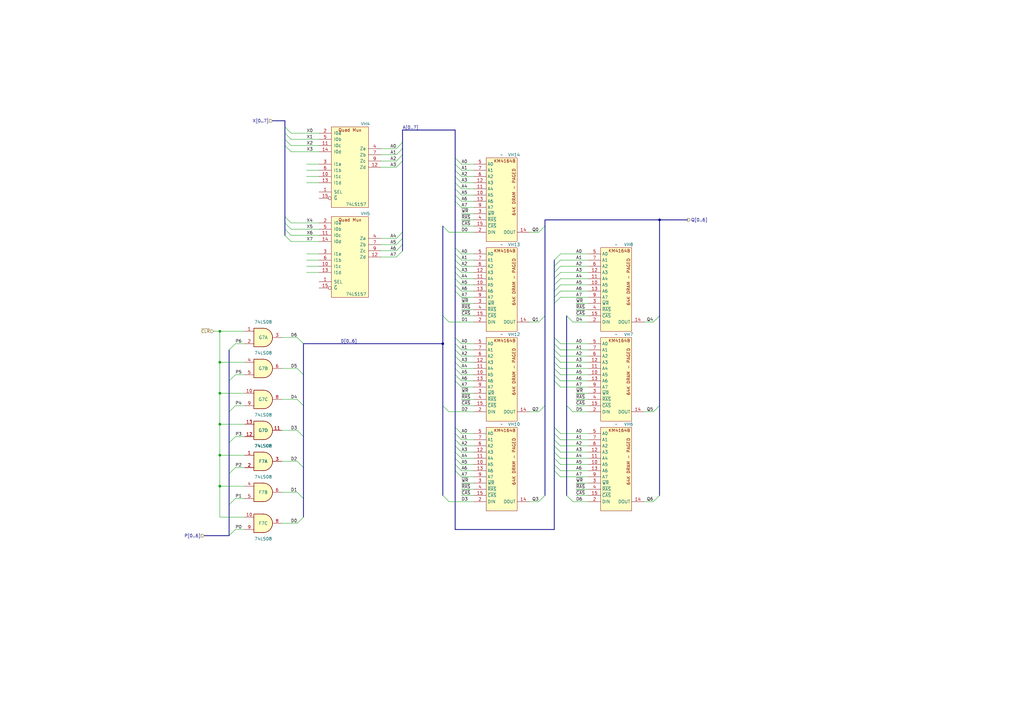
<source format=kicad_sch>
(kicad_sch (version 20231120) (generator "eeschema") (generator_version "8.0")
  (paper "A3")
  (title_block (title "Line Buffer") (date "2024-10-12") (company "JOTEGO") (comment 1 "Jose Tejada"))
  (lib_symbols
    (symbol "arcade:KM4164B"
      (property "Reference" "U" (at 0 0 0))
      (symbol "KM4164B_1_0"
        (pin input line (at -11.43 0 0) (length 5.08) (name "A5") (number "10"))
        (pin input line (at -11.43 2.54 0) (length 5.08) (name "A4") (number "11"))
        (pin input line (at -11.43 5.08 0) (length 5.08) (name "A3") (number "12"))
        (pin input line (at -11.43 -2.54 0) (length 5.08) (name "A6") (number "13"))
        (pin tri_state line (at 11.43 -15.24 180) (length 5.08) (name "DOUT") (number "14"))
        (pin input line (at -11.43 -12.7 0) (length 5.08) (name "~{CAS}") (number "15"))
        (pin input line (at -11.43 -15.24 0) (length 5.08) (name "DIN") (number "2"))
        (pin input line (at -11.43 -7.62 0) (length 5.08) (name "~{WR}") (number "3"))
        (pin input line (at -11.43 -10.16 0) (length 5.08) (name "~{RAS}") (number "4"))
        (pin input line (at -11.43 12.7 0) (length 5.08) (name "A0") (number "5"))
        (pin input line (at -11.43 7.62 0) (length 5.08) (name "A2") (number "6"))
        (pin input line (at -11.43 10.16 0) (length 5.08) (name "A1") (number "7"))
        (pin input line (at -11.43 -5.08 0) (length 5.08) (name "A7") (number "9"))
      )
      (symbol "KM4164B_1_1"
        (rectangle (start -6.35 15.24) (end 6.35 -19.05) (fill (type background)))
        (text "64K DRAM - PAGED" (at 5.08 1.27 900) (effects (font (size 1.27 1.27))))
        (text "KM4164B" (at 1.27 13.97 0) (effects (font (size 1.27 1.27))))
      )
    )
    (symbol "jt74:74LS08" (pin_names (offset 1.016))
      (property "Reference" "U" (at 0 1.27 0))
      (property "Value" "74LS08" (at 0 -1.27 0))
      (symbol "74LS08_1_1"
        (arc (start 0 -3.81) (mid 3.7934 0) (end 0 3.81) (stroke (width 0.254)) (fill (type background)))
        (polyline (pts (xy 0 3.81) (xy -3.81 3.81) (xy -3.81 -3.81) (xy 0 -3.81)) (stroke (width 0.254)) (fill (type background)))
        (pin input line (at -7.62 2.54 0) (length 3.81) (name "~") (number "1"))
        (pin input line (at -7.62 -2.54 0) (length 3.81) (name "~") (number "2"))
        (pin output line (at 7.62 0 180) (length 3.81) (name "~") (number "3"))
      )
      (symbol "74LS08_1_2"
        (arc (start -3.81 -3.81) (mid -2.589 0) (end -3.81 3.81) (stroke (width 0.254)))
        (arc (start -0.6096 -3.81) (mid 2.1842 -2.5851) (end 3.81 0) (stroke (width 0.254)) (fill (type background)))
        (polyline (pts (xy -3.81 -3.81) (xy -0.635 -3.81)) (stroke (width 0.254)) (fill (type background)))
        (polyline (pts (xy -3.81 3.81) (xy -0.635 3.81)) (stroke (width 0.254)) (fill (type background)))
        (polyline (pts (xy -0.635 3.81) (xy -3.81 3.81) (xy -3.81 3.81) (xy -3.556 3.4036) (xy -3.0226 2.2606) (xy -2.6924 1.0414) (xy -2.6162 -0.254) (xy -2.7686 -1.4986) (xy -3.175 -2.7178) (xy -3.81 -3.81) (xy -3.81 -3.81) (xy -0.635 -3.81)) (stroke (width -25.4)) (fill (type background)))
        (arc (start 3.81 0) (mid 2.1915 2.5936) (end -0.6096 3.81) (stroke (width 0.254)) (fill (type background)))
        (pin input inverted (at -7.62 2.54 0) (length 4.318) (name "~") (number "1"))
        (pin input inverted (at -7.62 -2.54 0) (length 4.318) (name "~") (number "2"))
        (pin output inverted (at 7.62 0 180) (length 3.81) (name "~") (number "3"))
      )
      (symbol "74LS08_2_1"
        (arc (start 0 -3.81) (mid 3.7934 0) (end 0 3.81) (stroke (width 0.254)) (fill (type background)))
        (polyline (pts (xy 0 3.81) (xy -3.81 3.81) (xy -3.81 -3.81) (xy 0 -3.81)) (stroke (width 0.254)) (fill (type background)))
        (pin input line (at -7.62 2.54 0) (length 3.81) (name "~") (number "4"))
        (pin input line (at -7.62 -2.54 0) (length 3.81) (name "~") (number "5"))
        (pin output line (at 7.62 0 180) (length 3.81) (name "~") (number "6"))
      )
      (symbol "74LS08_2_2"
        (arc (start -3.81 -3.81) (mid -2.589 0) (end -3.81 3.81) (stroke (width 0.254)))
        (arc (start -0.6096 -3.81) (mid 2.1842 -2.5851) (end 3.81 0) (stroke (width 0.254)) (fill (type background)))
        (polyline (pts (xy -3.81 -3.81) (xy -0.635 -3.81)) (stroke (width 0.254)) (fill (type background)))
        (polyline (pts (xy -3.81 3.81) (xy -0.635 3.81)) (stroke (width 0.254)) (fill (type background)))
        (polyline (pts (xy -0.635 3.81) (xy -3.81 3.81) (xy -3.81 3.81) (xy -3.556 3.4036) (xy -3.0226 2.2606) (xy -2.6924 1.0414) (xy -2.6162 -0.254) (xy -2.7686 -1.4986) (xy -3.175 -2.7178) (xy -3.81 -3.81) (xy -3.81 -3.81) (xy -0.635 -3.81)) (stroke (width -25.4)) (fill (type background)))
        (arc (start 3.81 0) (mid 2.1915 2.5936) (end -0.6096 3.81) (stroke (width 0.254)) (fill (type background)))
        (pin input inverted (at -7.62 2.54 0) (length 4.318) (name "~") (number "4"))
        (pin input inverted (at -7.62 -2.54 0) (length 4.318) (name "~") (number "5"))
        (pin output inverted (at 7.62 0 180) (length 3.81) (name "~") (number "6"))
      )
      (symbol "74LS08_3_1"
        (arc (start 0 -3.81) (mid 3.7934 0) (end 0 3.81) (stroke (width 0.254)) (fill (type background)))
        (polyline (pts (xy 0 3.81) (xy -3.81 3.81) (xy -3.81 -3.81) (xy 0 -3.81)) (stroke (width 0.254)) (fill (type background)))
        (pin input line (at -7.62 -2.54 0) (length 3.81) (name "~") (number "10"))
        (pin output line (at 7.62 0 180) (length 3.81) (name "~") (number "8"))
        (pin input line (at -7.62 2.54 0) (length 3.81) (name "~") (number "9"))
      )
      (symbol "74LS08_3_2"
        (arc (start -3.81 -3.81) (mid -2.589 0) (end -3.81 3.81) (stroke (width 0.254)))
        (arc (start -0.6096 -3.81) (mid 2.1842 -2.5851) (end 3.81 0) (stroke (width 0.254)) (fill (type background)))
        (polyline (pts (xy -3.81 -3.81) (xy -0.635 -3.81)) (stroke (width 0.254)) (fill (type background)))
        (polyline (pts (xy -3.81 3.81) (xy -0.635 3.81)) (stroke (width 0.254)) (fill (type background)))
        (polyline (pts (xy -0.635 3.81) (xy -3.81 3.81) (xy -3.81 3.81) (xy -3.556 3.4036) (xy -3.0226 2.2606) (xy -2.6924 1.0414) (xy -2.6162 -0.254) (xy -2.7686 -1.4986) (xy -3.175 -2.7178) (xy -3.81 -3.81) (xy -3.81 -3.81) (xy -0.635 -3.81)) (stroke (width -25.4)) (fill (type background)))
        (arc (start 3.81 0) (mid 2.1915 2.5936) (end -0.6096 3.81) (stroke (width 0.254)) (fill (type background)))
        (pin input inverted (at -7.62 -2.54 0) (length 4.318) (name "~") (number "10"))
        (pin output inverted (at 7.62 0 180) (length 3.81) (name "~") (number "8"))
        (pin input inverted (at -7.62 2.54 0) (length 4.318) (name "~") (number "9"))
      )
      (symbol "74LS08_4_1"
        (arc (start 0 -3.81) (mid 3.7934 0) (end 0 3.81) (stroke (width 0.254)) (fill (type background)))
        (polyline (pts (xy 0 3.81) (xy -3.81 3.81) (xy -3.81 -3.81) (xy 0 -3.81)) (stroke (width 0.254)) (fill (type background)))
        (pin output line (at 7.62 0 180) (length 3.81) (name "~") (number "11"))
        (pin input line (at -7.62 2.54 0) (length 3.81) (name "~") (number "12"))
        (pin input line (at -7.62 -2.54 0) (length 3.81) (name "~") (number "13"))
      )
      (symbol "74LS08_4_2"
        (arc (start -3.81 -3.81) (mid -2.589 0) (end -3.81 3.81) (stroke (width 0.254)))
        (arc (start -0.6096 -3.81) (mid 2.1842 -2.5851) (end 3.81 0) (stroke (width 0.254)) (fill (type background)))
        (polyline (pts (xy -3.81 -3.81) (xy -0.635 -3.81)) (stroke (width 0.254)) (fill (type background)))
        (polyline (pts (xy -3.81 3.81) (xy -0.635 3.81)) (stroke (width 0.254)) (fill (type background)))
        (polyline (pts (xy -0.635 3.81) (xy -3.81 3.81) (xy -3.81 3.81) (xy -3.556 3.4036) (xy -3.0226 2.2606) (xy -2.6924 1.0414) (xy -2.6162 -0.254) (xy -2.7686 -1.4986) (xy -3.175 -2.7178) (xy -3.81 -3.81) (xy -3.81 -3.81) (xy -0.635 -3.81)) (stroke (width -25.4)) (fill (type background)))
        (arc (start 3.81 0) (mid 2.1915 2.5936) (end -0.6096 3.81) (stroke (width 0.254)) (fill (type background)))
        (pin output inverted (at 7.62 0 180) (length 3.81) (name "~") (number "11"))
        (pin input inverted (at -7.62 2.54 0) (length 4.318) (name "~") (number "12"))
        (pin input inverted (at -7.62 -2.54 0) (length 4.318) (name "~") (number "13"))
      )
      (symbol "74LS08_5_0"
        (pin power_in line (at 0 7.62 270) (length 5.08) hide (name "VCC") (number "14"))
        (pin power_in line (at 0 -7.62 90) (length 5.08) hide (name "VSS") (number "7"))
      )
      (symbol "74LS08_5_1"
        (rectangle (start -5.08 7.62) (end 5.08 -7.62) (stroke (width 0.254)) (fill (type background)))
      )
    )
    (symbol "jt74:74LS157" (pin_names (offset 1.016))
      (property "Reference" "U" (at 5.08 16.51 0))
      (property "Value" "74LS157" (at 0 -16.51 0))
      (symbol "74LS157_0_0"
        (text "Quad Mux" (at 0 13.97 0) (effects (font (size 1.27 1.27))))
      )
      (symbol "74LS157_1_0"
        (pin input line (at -12.7 -11.43 0) (length 5.08) (name "SEL") (number "1"))
        (pin input line (at -12.7 -5.08 0) (length 5.08) (name "I1c") (number "10"))
        (pin input line (at -12.7 7.62 0) (length 5.08) (name "I0c") (number "11"))
        (pin output line (at 12.7 -1.27 180) (length 5.08) (name "Zd") (number "12"))
        (pin input line (at -12.7 -7.62 0) (length 5.08) (name "I1d") (number "13"))
        (pin input line (at -12.7 5.08 0) (length 5.08) (name "I0d") (number "14"))
        (pin input inverted (at -12.7 -13.97 0) (length 5.08) (name "~{G}") (number "15"))
        (pin input line (at -12.7 12.7 0) (length 5.08) (name "I0a") (number "2"))
        (pin input line (at -12.7 0 0) (length 5.08) (name "I1a") (number "3"))
        (pin output line (at 12.7 6.35 180) (length 5.08) (name "Za") (number "4"))
        (pin input line (at -12.7 10.16 0) (length 5.08) (name "I0b") (number "5"))
        (pin input line (at -12.7 -2.54 0) (length 5.08) (name "I1b") (number "6"))
        (pin output line (at 12.7 3.81 180) (length 5.08) (name "Zb") (number "7"))
        (pin output line (at 12.7 1.27 180) (length 5.08) (name "Zc") (number "9"))
      )
      (symbol "74LS157_1_1"
        (rectangle (start -7.62 15.24) (end 7.62 -17.78) (fill (type background)))
      )
    )
  )
  (junction (at 90.17 148.59))
  (junction (at 270.51 90.17))
  (junction (at 90.17 199.39))
  (junction (at 90.17 161.29))
  (junction (at 90.17 135.89))
  (junction (at 90.17 173.99))
  (junction (at 90.17 186.69))
  (junction (at 181.61 140.97))
  (bus_entry (at 162.56 60.96) (size 2.54 -2.54))
  (bus_entry (at 186.69 140.97) (size 2.54 2.54))
  (bus_entry (at 93.98 181.61) (size 2.54 -2.54))
  (bus_entry (at 186.69 182.88) (size 2.54 2.54))
  (bus_entry (at 227.33 116.84) (size 2.54 -2.54))
  (bus_entry (at 232.41 129.54) (size 2.54 2.54))
  (bus_entry (at 186.69 185.42) (size 2.54 2.54))
  (bus_entry (at 267.97 132.08) (size 2.54 -2.54))
  (bus_entry (at 227.33 121.92) (size 2.54 -2.54))
  (bus_entry (at 227.33 190.5) (size 2.54 2.54))
  (bus_entry (at 121.92 214.63) (size 2.54 -2.54))
  (bus_entry (at 227.33 175.26) (size 2.54 2.54))
  (bus_entry (at 186.69 175.26) (size 2.54 2.54))
  (bus_entry (at 227.33 185.42) (size 2.54 2.54))
  (bus_entry (at 181.61 129.54) (size 2.54 2.54))
  (bus_entry (at 116.84 59.69) (size 2.54 2.54))
  (bus_entry (at 93.98 194.31) (size 2.54 -2.54))
  (bus_entry (at 186.69 106.68) (size 2.54 2.54))
  (bus_entry (at 93.98 168.91) (size 2.54 -2.54))
  (bus_entry (at 227.33 106.68) (size 2.54 -2.54))
  (bus_entry (at 162.56 97.79) (size 2.54 -2.54))
  (bus_entry (at 227.33 111.76) (size 2.54 -2.54))
  (bus_entry (at 232.41 203.2) (size 2.54 2.54))
  (bus_entry (at 186.69 180.34) (size 2.54 2.54))
  (bus_entry (at 227.33 146.05) (size 2.54 2.54))
  (bus_entry (at 267.97 168.91) (size 2.54 -2.54))
  (bus_entry (at 227.33 148.59) (size 2.54 2.54))
  (bus_entry (at 186.69 72.39) (size 2.54 2.54))
  (bus_entry (at 186.69 69.85) (size 2.54 2.54))
  (bus_entry (at 186.69 77.47) (size 2.54 2.54))
  (bus_entry (at 186.69 177.8) (size 2.54 2.54))
  (bus_entry (at 220.98 132.08) (size 2.54 -2.54))
  (bus_entry (at 227.33 114.3) (size 2.54 -2.54))
  (bus_entry (at 186.69 187.96) (size 2.54 2.54))
  (bus_entry (at 227.33 143.51) (size 2.54 2.54))
  (bus_entry (at 93.98 156.21) (size 2.54 -2.54))
  (bus_entry (at 220.98 168.91) (size 2.54 -2.54))
  (bus_entry (at 227.33 109.22) (size 2.54 -2.54))
  (bus_entry (at 162.56 68.58) (size 2.54 -2.54))
  (bus_entry (at 227.33 151.13) (size 2.54 2.54))
  (bus_entry (at 267.97 205.74) (size 2.54 -2.54))
  (bus_entry (at 220.98 95.25) (size 2.54 -2.54))
  (bus_entry (at 186.69 101.6) (size 2.54 2.54))
  (bus_entry (at 121.92 176.53) (size 2.54 2.54))
  (bus_entry (at 232.41 166.37) (size 2.54 2.54))
  (bus_entry (at 121.92 138.43) (size 2.54 2.54))
  (bus_entry (at 186.69 114.3) (size 2.54 2.54))
  (bus_entry (at 186.69 104.14) (size 2.54 2.54))
  (bus_entry (at 186.69 64.77) (size 2.54 2.54))
  (bus_entry (at 227.33 156.21) (size 2.54 2.54))
  (bus_entry (at 186.69 148.59) (size 2.54 2.54))
  (bus_entry (at 227.33 138.43) (size 2.54 2.54))
  (bus_entry (at 121.92 163.83) (size 2.54 2.54))
  (bus_entry (at 93.98 143.51) (size 2.54 -2.54))
  (bus_entry (at 121.92 189.23) (size 2.54 2.54))
  (bus_entry (at 227.33 182.88) (size 2.54 2.54))
  (bus_entry (at 186.69 190.5) (size 2.54 2.54))
  (bus_entry (at 116.84 96.52) (size 2.54 2.54))
  (bus_entry (at 162.56 100.33) (size 2.54 -2.54))
  (bus_entry (at 186.69 82.55) (size 2.54 2.54))
  (bus_entry (at 186.69 143.51) (size 2.54 2.54))
  (bus_entry (at 116.84 57.15) (size 2.54 2.54))
  (bus_entry (at 116.84 93.98) (size 2.54 2.54))
  (bus_entry (at 227.33 153.67) (size 2.54 2.54))
  (bus_entry (at 121.92 201.93) (size 2.54 2.54))
  (bus_entry (at 162.56 105.41) (size 2.54 -2.54))
  (bus_entry (at 186.69 193.04) (size 2.54 2.54))
  (bus_entry (at 162.56 63.5) (size 2.54 -2.54))
  (bus_entry (at 186.69 156.21) (size 2.54 2.54))
  (bus_entry (at 116.84 54.61) (size 2.54 2.54))
  (bus_entry (at 121.92 151.13) (size 2.54 2.54))
  (bus_entry (at 181.61 92.71) (size 2.54 2.54))
  (bus_entry (at 227.33 119.38) (size 2.54 -2.54))
  (bus_entry (at 227.33 180.34) (size 2.54 2.54))
  (bus_entry (at 186.69 116.84) (size 2.54 2.54))
  (bus_entry (at 227.33 177.8) (size 2.54 2.54))
  (bus_entry (at 162.56 66.04) (size 2.54 -2.54))
  (bus_entry (at 93.98 219.71) (size 2.54 -2.54))
  (bus_entry (at 227.33 124.46) (size 2.54 -2.54))
  (bus_entry (at 186.69 74.93) (size 2.54 2.54))
  (bus_entry (at 227.33 193.04) (size 2.54 2.54))
  (bus_entry (at 181.61 203.2) (size 2.54 2.54))
  (bus_entry (at 186.69 138.43) (size 2.54 2.54))
  (bus_entry (at 227.33 140.97) (size 2.54 2.54))
  (bus_entry (at 181.61 166.37) (size 2.54 2.54))
  (bus_entry (at 186.69 80.01) (size 2.54 2.54))
  (bus_entry (at 227.33 187.96) (size 2.54 2.54))
  (bus_entry (at 186.69 67.31) (size 2.54 2.54))
  (bus_entry (at 186.69 153.67) (size 2.54 2.54))
  (bus_entry (at 186.69 146.05) (size 2.54 2.54))
  (bus_entry (at 186.69 111.76) (size 2.54 2.54))
  (bus_entry (at 116.84 52.07) (size 2.54 2.54))
  (bus_entry (at 162.56 102.87) (size 2.54 -2.54))
  (bus_entry (at 186.69 151.13) (size 2.54 2.54))
  (bus_entry (at 116.84 91.44) (size 2.54 2.54))
  (bus_entry (at 93.98 207.01) (size 2.54 -2.54))
  (bus_entry (at 116.84 88.9) (size 2.54 2.54))
  (bus_entry (at 186.69 119.38) (size 2.54 2.54))
  (bus_entry (at 220.98 205.74) (size 2.54 -2.54))
  (bus_entry (at 186.69 109.22) (size 2.54 2.54))
  (bus (pts (xy 232.41 166.37) (xy 232.41 203.2)))
  (wire (pts (xy 229.87 106.68) (xy 241.3 106.68)))
  (wire (pts (xy 189.23 163.83) (xy 194.31 163.83)))
  (wire (pts (xy 156.21 60.96) (xy 162.56 60.96)))
  (wire (pts (xy 189.23 143.51) (xy 194.31 143.51)))
  (bus (pts (xy 165.1 58.42) (xy 165.1 53.34)))
  (bus (pts (xy 181.61 140.97) (xy 181.61 166.37)))
  (wire (pts (xy 189.23 82.55) (xy 194.31 82.55)))
  (bus (pts (xy 186.69 104.14) (xy 186.69 106.68)))
  (bus (pts (xy 186.69 187.96) (xy 186.69 190.5)))
  (wire (pts (xy 87.63 135.89) (xy 90.17 135.89)))
  (bus (pts (xy 227.33 111.76) (xy 227.33 109.22)))
  (bus (pts (xy 227.33 106.68) (xy 227.33 109.22)))
  (wire (pts (xy 189.23 109.22) (xy 194.31 109.22)))
  (bus (pts (xy 186.69 74.93) (xy 186.69 77.47)))
  (wire (pts (xy 189.23 77.47) (xy 194.31 77.47)))
  (bus (pts (xy 186.69 67.31) (xy 186.69 69.85)))
  (bus (pts (xy 186.69 190.5) (xy 186.69 193.04)))
  (wire (pts (xy 189.23 148.59) (xy 194.31 148.59)))
  (bus (pts (xy 227.33 151.13) (xy 227.33 153.67)))
  (wire (pts (xy 115.57 163.83) (xy 121.92 163.83)))
  (wire (pts (xy 229.87 156.21) (xy 241.3 156.21)))
  (wire (pts (xy 90.17 186.69) (xy 100.33 186.69)))
  (wire (pts (xy 236.22 129.54) (xy 241.3 129.54)))
  (wire (pts (xy 217.17 168.91) (xy 220.98 168.91)))
  (bus (pts (xy 227.33 140.97) (xy 227.33 143.51)))
  (bus (pts (xy 124.46 179.07) (xy 124.46 166.37)))
  (wire (pts (xy 119.38 57.15) (xy 130.81 57.15)))
  (wire (pts (xy 189.23 69.85) (xy 194.31 69.85)))
  (bus (pts (xy 227.33 217.17) (xy 227.33 193.04)))
  (wire (pts (xy 189.23 161.29) (xy 194.31 161.29)))
  (wire (pts (xy 189.23 153.67) (xy 194.31 153.67)))
  (bus (pts (xy 186.69 106.68) (xy 186.69 109.22)))
  (wire (pts (xy 90.17 173.99) (xy 90.17 186.69)))
  (bus (pts (xy 227.33 185.42) (xy 227.33 182.88)))
  (wire (pts (xy 119.38 59.69) (xy 130.81 59.69)))
  (wire (pts (xy 189.23 90.17) (xy 194.31 90.17)))
  (wire (pts (xy 189.23 129.54) (xy 194.31 129.54)))
  (wire (pts (xy 115.57 214.63) (xy 121.92 214.63)))
  (bus (pts (xy 181.61 129.54) (xy 181.61 140.97)))
  (wire (pts (xy 189.23 104.14) (xy 194.31 104.14)))
  (wire (pts (xy 217.17 132.08) (xy 220.98 132.08)))
  (wire (pts (xy 90.17 148.59) (xy 100.33 148.59)))
  (wire (pts (xy 229.87 140.97) (xy 241.3 140.97)))
  (wire (pts (xy 119.38 91.44) (xy 130.81 91.44)))
  (bus (pts (xy 186.69 64.77) (xy 186.69 67.31)))
  (wire (pts (xy 96.52 204.47) (xy 100.33 204.47)))
  (wire (pts (xy 119.38 62.23) (xy 130.81 62.23)))
  (bus (pts (xy 186.69 69.85) (xy 186.69 72.39)))
  (wire (pts (xy 156.21 63.5) (xy 162.56 63.5)))
  (bus (pts (xy 186.69 156.21) (xy 186.69 175.26)))
  (bus (pts (xy 186.69 146.05) (xy 186.69 148.59)))
  (wire (pts (xy 189.23 80.01) (xy 194.31 80.01)))
  (bus (pts (xy 93.98 194.31) (xy 93.98 207.01)))
  (wire (pts (xy 189.23 140.97) (xy 194.31 140.97)))
  (wire (pts (xy 189.23 124.46) (xy 194.31 124.46)))
  (bus (pts (xy 111.76 49.53) (xy 116.84 49.53)))
  (bus (pts (xy 186.69 151.13) (xy 186.69 153.67)))
  (bus (pts (xy 186.69 143.51) (xy 186.69 146.05)))
  (bus (pts (xy 186.69 77.47) (xy 186.69 80.01)))
  (wire (pts (xy 189.23 200.66) (xy 194.31 200.66)))
  (bus (pts (xy 165.1 53.34) (xy 186.69 53.34)))
  (bus (pts (xy 186.69 193.04) (xy 186.69 217.17)))
  (bus (pts (xy 186.69 180.34) (xy 186.69 182.88)))
  (wire (pts (xy 96.52 191.77) (xy 100.33 191.77)))
  (wire (pts (xy 189.23 151.13) (xy 194.31 151.13)))
  (wire (pts (xy 90.17 161.29) (xy 90.17 173.99)))
  (bus (pts (xy 227.33 156.21) (xy 227.33 153.67)))
  (wire (pts (xy 189.23 67.31) (xy 194.31 67.31)))
  (wire (pts (xy 119.38 99.06) (xy 130.81 99.06)))
  (wire (pts (xy 96.52 217.17) (xy 100.33 217.17)))
  (wire (pts (xy 236.22 127) (xy 241.3 127)))
  (wire (pts (xy 189.23 185.42) (xy 194.31 185.42)))
  (wire (pts (xy 236.22 166.37) (xy 241.3 166.37)))
  (bus (pts (xy 186.69 175.26) (xy 186.69 177.8)))
  (wire (pts (xy 229.87 158.75) (xy 241.3 158.75)))
  (wire (pts (xy 96.52 153.67) (xy 100.33 153.67)))
  (bus (pts (xy 227.33 114.3) (xy 227.33 116.84)))
  (wire (pts (xy 125.73 104.14) (xy 130.81 104.14)))
  (wire (pts (xy 90.17 135.89) (xy 100.33 135.89)))
  (bus (pts (xy 186.69 177.8) (xy 186.69 180.34)))
  (wire (pts (xy 156.21 100.33) (xy 162.56 100.33)))
  (bus (pts (xy 186.69 82.55) (xy 186.69 101.6)))
  (wire (pts (xy 217.17 95.25) (xy 220.98 95.25)))
  (bus (pts (xy 165.1 95.25) (xy 165.1 66.04)))
  (wire (pts (xy 236.22 163.83) (xy 241.3 163.83)))
  (wire (pts (xy 189.23 195.58) (xy 194.31 195.58)))
  (bus (pts (xy 181.61 166.37) (xy 181.61 203.2)))
  (wire (pts (xy 229.87 109.22) (xy 241.3 109.22)))
  (bus (pts (xy 223.52 166.37) (xy 223.52 129.54)))
  (bus (pts (xy 223.52 129.54) (xy 223.52 92.71)))
  (bus (pts (xy 186.69 53.34) (xy 186.69 64.77)))
  (bus (pts (xy 165.1 97.79) (xy 165.1 95.25)))
  (wire (pts (xy 236.22 200.66) (xy 241.3 200.66)))
  (wire (pts (xy 119.38 93.98) (xy 130.81 93.98)))
  (wire (pts (xy 234.95 132.08) (xy 241.3 132.08)))
  (wire (pts (xy 189.23 119.38) (xy 194.31 119.38)))
  (wire (pts (xy 156.21 105.41) (xy 162.56 105.41)))
  (wire (pts (xy 229.87 195.58) (xy 241.3 195.58)))
  (wire (pts (xy 96.52 179.07) (xy 100.33 179.07)))
  (wire (pts (xy 189.23 180.34) (xy 194.31 180.34)))
  (wire (pts (xy 189.23 193.04) (xy 194.31 193.04)))
  (wire (pts (xy 184.15 205.74) (xy 194.31 205.74)))
  (wire (pts (xy 189.23 203.2) (xy 194.31 203.2)))
  (wire (pts (xy 236.22 198.12) (xy 241.3 198.12)))
  (bus (pts (xy 186.69 119.38) (xy 186.69 138.43)))
  (wire (pts (xy 115.57 189.23) (xy 121.92 189.23)))
  (bus (pts (xy 227.33 146.05) (xy 227.33 143.51)))
  (wire (pts (xy 125.73 106.68) (xy 130.81 106.68)))
  (wire (pts (xy 156.21 97.79) (xy 162.56 97.79)))
  (wire (pts (xy 189.23 158.75) (xy 194.31 158.75)))
  (bus (pts (xy 186.69 109.22) (xy 186.69 111.76)))
  (bus (pts (xy 116.84 91.44) (xy 116.84 88.9)))
  (wire (pts (xy 90.17 199.39) (xy 90.17 212.09)))
  (bus (pts (xy 93.98 143.51) (xy 93.98 156.21)))
  (wire (pts (xy 184.15 95.25) (xy 194.31 95.25)))
  (wire (pts (xy 125.73 72.39) (xy 130.81 72.39)))
  (bus (pts (xy 181.61 92.71) (xy 181.61 129.54)))
  (bus (pts (xy 186.69 80.01) (xy 186.69 82.55)))
  (wire (pts (xy 189.23 190.5) (xy 194.31 190.5)))
  (bus (pts (xy 270.51 129.54) (xy 270.51 166.37)))
  (wire (pts (xy 234.95 205.74) (xy 241.3 205.74)))
  (bus (pts (xy 186.69 185.42) (xy 186.69 187.96)))
  (bus (pts (xy 165.1 66.04) (xy 165.1 63.5)))
  (bus (pts (xy 165.1 60.96) (xy 165.1 58.42)))
  (wire (pts (xy 264.16 205.74) (xy 267.97 205.74)))
  (bus (pts (xy 223.52 203.2) (xy 223.52 166.37)))
  (wire (pts (xy 229.87 187.96) (xy 241.3 187.96)))
  (bus (pts (xy 116.84 93.98) (xy 116.84 91.44)))
  (bus (pts (xy 124.46 153.67) (xy 124.46 140.97)))
  (wire (pts (xy 90.17 212.09) (xy 100.33 212.09)))
  (wire (pts (xy 229.87 148.59) (xy 241.3 148.59)))
  (wire (pts (xy 189.23 156.21) (xy 194.31 156.21)))
  (bus (pts (xy 227.33 116.84) (xy 227.33 119.38)))
  (wire (pts (xy 229.87 182.88) (xy 241.3 182.88)))
  (bus (pts (xy 227.33 151.13) (xy 227.33 148.59)))
  (wire (pts (xy 96.52 140.97) (xy 100.33 140.97)))
  (wire (pts (xy 229.87 114.3) (xy 241.3 114.3)))
  (bus (pts (xy 186.69 217.17) (xy 227.33 217.17)))
  (wire (pts (xy 229.87 143.51) (xy 241.3 143.51)))
  (wire (pts (xy 96.52 166.37) (xy 100.33 166.37)))
  (wire (pts (xy 184.15 168.91) (xy 194.31 168.91)))
  (wire (pts (xy 189.23 198.12) (xy 194.31 198.12)))
  (bus (pts (xy 186.69 101.6) (xy 186.69 104.14)))
  (bus (pts (xy 227.33 148.59) (xy 227.33 146.05)))
  (wire (pts (xy 217.17 205.74) (xy 220.98 205.74)))
  (wire (pts (xy 90.17 135.89) (xy 90.17 148.59)))
  (bus (pts (xy 186.69 138.43) (xy 186.69 140.97)))
  (wire (pts (xy 264.16 168.91) (xy 267.97 168.91)))
  (bus (pts (xy 227.33 177.8) (xy 227.33 175.26)))
  (wire (pts (xy 125.73 74.93) (xy 130.81 74.93)))
  (bus (pts (xy 93.98 168.91) (xy 93.98 181.61)))
  (wire (pts (xy 229.87 193.04) (xy 241.3 193.04)))
  (bus (pts (xy 186.69 72.39) (xy 186.69 74.93)))
  (wire (pts (xy 189.23 116.84) (xy 194.31 116.84)))
  (wire (pts (xy 156.21 68.58) (xy 162.56 68.58)))
  (wire (pts (xy 90.17 161.29) (xy 100.33 161.29)))
  (wire (pts (xy 189.23 127) (xy 194.31 127)))
  (bus (pts (xy 223.52 92.71) (xy 223.52 90.17)))
  (wire (pts (xy 229.87 146.05) (xy 241.3 146.05)))
  (wire (pts (xy 189.23 166.37) (xy 194.31 166.37)))
  (wire (pts (xy 119.38 96.52) (xy 130.81 96.52)))
  (bus (pts (xy 227.33 187.96) (xy 227.33 185.42)))
  (bus (pts (xy 227.33 140.97) (xy 227.33 138.43)))
  (wire (pts (xy 236.22 203.2) (xy 241.3 203.2)))
  (wire (pts (xy 229.87 190.5) (xy 241.3 190.5)))
  (wire (pts (xy 90.17 148.59) (xy 90.17 161.29)))
  (bus (pts (xy 124.46 166.37) (xy 124.46 153.67)))
  (bus (pts (xy 270.51 166.37) (xy 270.51 203.2)))
  (wire (pts (xy 189.23 85.09) (xy 194.31 85.09)))
  (wire (pts (xy 115.57 201.93) (xy 121.92 201.93)))
  (wire (pts (xy 119.38 54.61) (xy 130.81 54.61)))
  (bus (pts (xy 186.69 140.97) (xy 186.69 143.51)))
  (bus (pts (xy 227.33 175.26) (xy 227.33 156.21)))
  (wire (pts (xy 115.57 176.53) (xy 121.92 176.53)))
  (wire (pts (xy 229.87 111.76) (xy 241.3 111.76)))
  (bus (pts (xy 186.69 182.88) (xy 186.69 185.42)))
  (wire (pts (xy 189.23 92.71) (xy 194.31 92.71)))
  (bus (pts (xy 124.46 204.47) (xy 124.46 191.77)))
  (wire (pts (xy 189.23 187.96) (xy 194.31 187.96)))
  (wire (pts (xy 229.87 151.13) (xy 241.3 151.13)))
  (wire (pts (xy 90.17 173.99) (xy 100.33 173.99)))
  (wire (pts (xy 90.17 199.39) (xy 100.33 199.39)))
  (bus (pts (xy 124.46 140.97) (xy 181.61 140.97)))
  (bus (pts (xy 223.52 90.17) (xy 270.51 90.17)))
  (bus (pts (xy 93.98 181.61) (xy 93.98 194.31)))
  (wire (pts (xy 236.22 124.46) (xy 241.3 124.46)))
  (bus (pts (xy 116.84 88.9) (xy 116.84 59.69)))
  (wire (pts (xy 156.21 102.87) (xy 162.56 102.87)))
  (bus (pts (xy 116.84 57.15) (xy 116.84 54.61)))
  (bus (pts (xy 83.82 219.71) (xy 93.98 219.71)))
  (bus (pts (xy 270.51 90.17) (xy 281.94 90.17)))
  (bus (pts (xy 124.46 212.09) (xy 124.46 204.47)))
  (bus (pts (xy 165.1 102.87) (xy 165.1 100.33)))
  (bus (pts (xy 232.41 129.54) (xy 232.41 166.37)))
  (wire (pts (xy 264.16 132.08) (xy 267.97 132.08)))
  (wire (pts (xy 115.57 151.13) (xy 121.92 151.13)))
  (bus (pts (xy 227.33 138.43) (xy 227.33 124.46)))
  (bus (pts (xy 116.84 59.69) (xy 116.84 57.15)))
  (bus (pts (xy 116.84 96.52) (xy 116.84 93.98)))
  (wire (pts (xy 229.87 104.14) (xy 241.3 104.14)))
  (wire (pts (xy 189.23 87.63) (xy 194.31 87.63)))
  (wire (pts (xy 156.21 66.04) (xy 162.56 66.04)))
  (bus (pts (xy 227.33 180.34) (xy 227.33 177.8)))
  (bus (pts (xy 165.1 63.5) (xy 165.1 60.96)))
  (wire (pts (xy 189.23 182.88) (xy 194.31 182.88)))
  (bus (pts (xy 186.69 148.59) (xy 186.69 151.13)))
  (wire (pts (xy 189.23 111.76) (xy 194.31 111.76)))
  (bus (pts (xy 93.98 207.01) (xy 93.98 219.71)))
  (bus (pts (xy 270.51 90.17) (xy 270.51 129.54)))
  (bus (pts (xy 116.84 54.61) (xy 116.84 52.07)))
  (bus (pts (xy 227.33 190.5) (xy 227.33 187.96)))
  (bus (pts (xy 186.69 111.76) (xy 186.69 114.3)))
  (wire (pts (xy 229.87 121.92) (xy 241.3 121.92)))
  (bus (pts (xy 93.98 156.21) (xy 93.98 168.91)))
  (wire (pts (xy 115.57 138.43) (xy 121.92 138.43)))
  (bus (pts (xy 124.46 191.77) (xy 124.46 179.07)))
  (wire (pts (xy 189.23 146.05) (xy 194.31 146.05)))
  (wire (pts (xy 189.23 72.39) (xy 194.31 72.39)))
  (wire (pts (xy 125.73 111.76) (xy 130.81 111.76)))
  (wire (pts (xy 125.73 67.31) (xy 130.81 67.31)))
  (bus (pts (xy 165.1 100.33) (xy 165.1 97.79)))
  (bus (pts (xy 116.84 52.07) (xy 116.84 49.53)))
  (wire (pts (xy 125.73 69.85) (xy 130.81 69.85)))
  (wire (pts (xy 90.17 186.69) (xy 90.17 199.39)))
  (wire (pts (xy 125.73 109.22) (xy 130.81 109.22)))
  (wire (pts (xy 189.23 177.8) (xy 194.31 177.8)))
  (wire (pts (xy 189.23 74.93) (xy 194.31 74.93)))
  (bus (pts (xy 186.69 116.84) (xy 186.69 119.38)))
  (wire (pts (xy 189.23 114.3) (xy 194.31 114.3)))
  (wire (pts (xy 236.22 161.29) (xy 241.3 161.29)))
  (wire (pts (xy 229.87 185.42) (xy 241.3 185.42)))
  (wire (pts (xy 229.87 153.67) (xy 241.3 153.67)))
  (bus (pts (xy 186.69 153.67) (xy 186.69 156.21)))
  (wire (pts (xy 229.87 119.38) (xy 241.3 119.38)))
  (bus (pts (xy 227.33 119.38) (xy 227.33 121.92)))
  (wire (pts (xy 229.87 180.34) (xy 241.3 180.34)))
  (wire (pts (xy 229.87 116.84) (xy 241.3 116.84)))
  (bus (pts (xy 186.69 114.3) (xy 186.69 116.84)))
  (bus (pts (xy 227.33 124.46) (xy 227.33 121.92)))
  (wire (pts (xy 189.23 106.68) (xy 194.31 106.68)))
  (bus (pts (xy 227.33 111.76) (xy 227.33 114.3)))
  (bus (pts (xy 227.33 182.88) (xy 227.33 180.34)))
  (wire (pts (xy 189.23 121.92) (xy 194.31 121.92)))
  (wire (pts (xy 184.15 132.08) (xy 194.31 132.08)))
  (wire (pts (xy 234.95 168.91) (xy 241.3 168.91)))
  (wire (pts (xy 229.87 177.8) (xy 241.3 177.8)))
  (bus (pts (xy 227.33 193.04) (xy 227.33 190.5)))
  (label "D0" (at 121.92 214.63 180))
  (label "A5" (at 162.56 100.33 180))
  (label "~{CAS}" (at 236.22 166.37 0))
  (label "A5" (at 189.23 80.01 0))
  (label "D1" (at 189.23 132.08 0))
  (label "A4" (at 189.23 151.13 0))
  (label "A5" (at 189.23 116.84 0))
  (label "D0" (at 189.23 95.25 0))
  (label "~{RAS}" (at 189.23 127 0))
  (label "A5" (at 236.22 116.84 0))
  (label "X1" (at 125.73 57.15 0))
  (label "A3" (at 189.23 111.76 0))
  (label "A5" (at 189.23 190.5 0))
  (label "P6" (at 96.52 140.97 0))
  (label "A2" (at 189.23 146.05 0))
  (label "A6" (at 189.23 156.21 0))
  (label "A4" (at 162.56 97.79 180))
  (label "~{CAS}" (at 189.23 129.54 0))
  (label "X2" (at 125.73 59.69 0))
  (label "A7" (at 236.22 195.58 0))
  (label "A5" (at 236.22 153.67 0))
  (label "A0" (at 236.22 104.14 0))
  (label "X0" (at 125.73 54.61 0))
  (label "A6" (at 189.23 119.38 0))
  (label "~{WR}" (at 189.23 124.46 0))
  (label "~{WR}" (at 189.23 87.63 0))
  (label "~{WR}" (at 189.23 161.29 0))
  (label "D4" (at 236.22 132.08 0))
  (label "~{CAS}" (at 189.23 92.71 0))
  (label "A5" (at 236.22 190.5 0))
  (label "A7" (at 236.22 158.75 0))
  (label "Q4" (at 267.97 132.08 180))
  (label "A7" (at 189.23 85.09 0))
  (label "A6" (at 236.22 156.21 0))
  (label "A2" (at 236.22 109.22 0))
  (label "A2" (at 189.23 109.22 0))
  (label "D3" (at 121.92 176.53 180))
  (label "A7" (at 162.56 105.41 180))
  (label "A0" (at 189.23 177.8 0))
  (label "A7" (at 189.23 121.92 0))
  (label "A7" (at 189.23 195.58 0))
  (label "Q5" (at 267.97 168.91 180))
  (label "A1" (at 189.23 180.34 0))
  (label "A1" (at 236.22 106.68 0))
  (label "X6" (at 125.73 96.52 0))
  (label "A[0..7]" (at 165.1 53.34 0))
  (label "A6" (at 236.22 119.38 0))
  (label "~{WR}" (at 236.22 198.12 0))
  (label "D5" (at 236.22 168.91 0))
  (label "~{WR}" (at 236.22 124.46 0))
  (label "A7" (at 189.23 158.75 0))
  (label "A3" (at 236.22 148.59 0))
  (label "D6" (at 236.22 205.74 0))
  (label "Q2" (at 220.98 168.91 180))
  (label "~{CAS}" (at 189.23 203.2 0))
  (label "~{RAS}" (at 189.23 200.66 0))
  (label "A0" (at 236.22 140.97 0))
  (label "X7" (at 125.73 99.06 0))
  (label "D6" (at 121.92 138.43 180))
  (label "P5" (at 96.52 153.67 0))
  (label "P1" (at 96.52 204.47 0))
  (label "A0" (at 189.23 140.97 0))
  (label "~{RAS}" (at 189.23 163.83 0))
  (label "~{RAS}" (at 189.23 90.17 0))
  (label "Q1" (at 220.98 132.08 180))
  (label "A3" (at 236.22 185.42 0))
  (label "A3" (at 189.23 185.42 0))
  (label "A1" (at 236.22 143.51 0))
  (label "A3" (at 189.23 148.59 0))
  (label "A4" (at 236.22 151.13 0))
  (label "X3" (at 125.73 62.23 0))
  (label "A6" (at 189.23 82.55 0))
  (label "Q0" (at 220.98 95.25 180))
  (label "A2" (at 236.22 182.88 0))
  (label "~{CAS}" (at 189.23 166.37 0))
  (label "Q3" (at 220.98 205.74 180))
  (label "~{CAS}" (at 236.22 129.54 0))
  (label "X4" (at 125.73 91.44 0))
  (label "A6" (at 162.56 102.87 180))
  (label "A2" (at 236.22 146.05 0))
  (label "A4" (at 189.23 77.47 0))
  (label "P3" (at 96.52 179.07 0))
  (label "D5" (at 121.92 151.13 180))
  (label "D2" (at 121.92 189.23 180))
  (label "A1" (at 236.22 180.34 0))
  (label "Q6" (at 267.97 205.74 180))
  (label "A1" (at 162.56 63.5 180))
  (label "~{RAS}" (at 236.22 200.66 0))
  (label "A2" (at 189.23 182.88 0))
  (label "D4" (at 121.92 163.83 180))
  (label "A5" (at 189.23 153.67 0))
  (label "A0" (at 236.22 177.8 0))
  (label "A6" (at 189.23 193.04 0))
  (label "D[0..6]" (at 139.7 140.97 0))
  (label "~{WR}" (at 236.22 161.29 0))
  (label "A1" (at 189.23 69.85 0))
  (label "D3" (at 189.23 205.74 0))
  (label "~{RAS}" (at 236.22 163.83 0))
  (label "A3" (at 162.56 68.58 180))
  (label "A6" (at 236.22 193.04 0))
  (label "X5" (at 125.73 93.98 0))
  (label "P4" (at 96.52 166.37 0))
  (label "A7" (at 236.22 121.92 0))
  (label "A4" (at 189.23 187.96 0))
  (label "A3" (at 236.22 111.76 0))
  (label "A0" (at 162.56 60.96 180))
  (label "A3" (at 189.23 74.93 0))
  (label "A2" (at 162.56 66.04 180))
  (label "~{CAS}" (at 236.22 203.2 0))
  (label "D1" (at 121.92 201.93 180))
  (label "~{RAS}" (at 236.22 127 0))
  (label "P2" (at 96.52 191.77 0))
  (label "A1" (at 189.23 143.51 0))
  (label "A2" (at 189.23 72.39 0))
  (label "D2" (at 189.23 168.91 0))
  (label "A4" (at 236.22 114.3 0))
  (label "P0" (at 96.52 217.17 0))
  (label "~{WR}" (at 189.23 198.12 0))
  (label "A4" (at 189.23 114.3 0))
  (label "A0" (at 189.23 104.14 0))
  (label "A0" (at 189.23 67.31 0))
  (label "A4" (at 236.22 187.96 0))
  (label "A1" (at 189.23 106.68 0))
  (hierarchical_label "~{CLR}" (shape input) (at 87.63 135.89 180))
  (hierarchical_label "X[0..7]" (shape input) (at 111.76 49.53 180))
  (hierarchical_label "P[0..6]" (shape input) (at 83.82 219.71 180))
  (hierarchical_label "Q[0..6]" (shape output) (at 281.94 90.17 0))
  (symbol (lib_id "arcade:KM4164B") (at 205.74 80.01 0) (unit 1)
    (property "Reference" "VI14" (at 210.82 63.5 0))
    (property "Value" "~" (at 205.74 63.5 0))
    (property "Datasheet" "https://www.farnell.com/datasheets/1905614.pdf" (effects (hide yes)))
    (property "Description" "64Kbit dynamic RAM" (effects (hide yes)))
    (instances (project "tehkanwc" (path "" (reference "VH14") (unit 1)) (path "" (reference "VI14") (unit 1))))
  )
  (symbol (lib_id "jt74:74LS157") (at 143.51 104.14 0) (unit 1)
    (property "Reference" "VI5" (at 149.86 87.63 0))
    (property "Value" "74LS157" (at 146.05 120.65 0))
    (property "Datasheet" "https://www.alldatasheet.com/datasheet-pdf/pdf/27402/TI/74LS157.html" (effects (hide yes)))
    (property "Description" "Quad 2 to 1 line Multiplexer" (effects (hide yes)))
    (instances (project "tehkanwc" (path "" (reference "VH5") (unit 1)) (path "" (reference "VI5") (unit 1))))
  )
  (symbol (lib_id "arcade:KM4164B") (at 252.73 116.84 0) (unit 1)
    (property "Reference" "VI8" (at 257.81 100.33 0))
    (property "Value" "~" (at 252.73 100.33 0))
    (property "Datasheet" "https://www.farnell.com/datasheets/1905614.pdf" (effects (hide yes)))
    (property "Description" "64Kbit dynamic RAM" (effects (hide yes)))
    (instances (project "tehkanwc" (path "" (reference "VH8") (unit 1)) (path "" (reference "VI8") (unit 1))))
  )
  (symbol (lib_id "jt74:74LS08") (at 107.95 176.53 0) (mirror x) (unit 4)
    (property "Reference" "G7" (at 107.95 176.53 0))
    (property "Value" "74LS08" (at 107.9417 182.88 0))
    (property "Datasheet" "http://www.ti.com/lit/gpn/sn74LS08" (effects (hide yes)))
    (property "Description" "Quad And2" (effects (hide yes)))
    (instances (project "tehkanwc" (path "" (reference "G7") (unit 4)) (path "" (reference "G6") (unit 4))))
  )
  (symbol (lib_id "jt74:74LS08") (at 107.95 189.23 0) (unit 1)
    (property "Reference" "F7" (at 107.95 189.23 0))
    (property "Value" "74LS08" (at 107.9417 182.88 0))
    (property "Datasheet" "http://www.ti.com/lit/gpn/sn74LS08" (effects (hide yes)))
    (property "Description" "Quad And2" (effects (hide yes)))
    (instances (project "tehkanwc" (path "" (reference "F7") (unit 1)) (path "" (reference "F6") (unit 1))))
  )
  (symbol (lib_id "arcade:KM4164B") (at 205.74 153.67 0) (unit 1)
    (property "Reference" "VI12" (at 210.82 137.16 0))
    (property "Value" "~" (at 205.74 137.16 0))
    (property "Datasheet" "https://www.farnell.com/datasheets/1905614.pdf" (effects (hide yes)))
    (property "Description" "64Kbit dynamic RAM" (effects (hide yes)))
    (instances (project "tehkanwc" (path "" (reference "VH12") (unit 1)) (path "" (reference "VI12") (unit 1))))
  )
  (symbol (lib_id "jt74:74LS08") (at 107.95 163.83 0) (mirror x) (unit 3)
    (property "Reference" "G7" (at 107.95 163.83 0))
    (property "Value" "74LS08" (at 107.9417 170.18 0))
    (property "Datasheet" "http://www.ti.com/lit/gpn/sn74LS08" (effects (hide yes)))
    (property "Description" "Quad And2" (effects (hide yes)))
    (instances (project "tehkanwc" (path "" (reference "G7") (unit 3)) (path "" (reference "G6") (unit 3))))
  )
  (symbol (lib_id "arcade:KM4164B") (at 205.74 190.5 0) (unit 1)
    (property "Reference" "VH10" (at 210.82 173.99 0))
    (property "Value" "~" (at 205.74 173.99 0))
    (property "Datasheet" "https://www.farnell.com/datasheets/1905614.pdf" (effects (hide yes)))
    (property "Description" "64Kbit dynamic RAM" (effects (hide yes)))
    (instances (project "tehkanwc" (path "" (reference "VH10") (unit 1)) (path "" (reference "VI10") (unit 1))))
  )
  (symbol (lib_id "jt74:74LS08") (at 107.95 138.43 0) (unit 1)
    (property "Reference" "G6" (at 107.95 138.43 0))
    (property "Value" "74LS08" (at 107.9417 132.08 0))
    (property "Datasheet" "http://www.ti.com/lit/gpn/sn74LS08" (effects (hide yes)))
    (property "Description" "Quad And2" (effects (hide yes)))
    (instances (project "" (path "" (reference "G7") (unit 1)) (path "" (reference "G6") (unit 1))))
  )
  (symbol (lib_id "jt74:74LS08") (at 107.95 151.13 0) (unit 2)
    (property "Reference" "G7" (at 107.95 151.13 0))
    (property "Value" "74LS08" (at 107.9417 144.78 0))
    (property "Datasheet" "http://www.ti.com/lit/gpn/sn74LS08" (effects (hide yes)))
    (property "Description" "Quad And2" (effects (hide yes)))
    (instances (project "tehkanwc" (path "" (reference "G7") (unit 2)) (path "" (reference "G6") (unit 2))))
  )
  (symbol (lib_id "arcade:KM4164B") (at 252.73 190.5 0) (unit 1)
    (property "Reference" "VI6" (at 257.81 173.99 0))
    (property "Value" "~" (at 252.73 173.99 0))
    (property "Datasheet" "https://www.farnell.com/datasheets/1905614.pdf" (effects (hide yes)))
    (property "Description" "64Kbit dynamic RAM" (effects (hide yes)))
    (instances (project "tehkanwc" (path "" (reference "VH6") (unit 1)) (path "" (reference "VI6") (unit 1))))
  )
  (symbol (lib_id "arcade:KM4164B") (at 205.74 116.84 0) (unit 1)
    (property "Reference" "VI13" (at 210.82 100.33 0))
    (property "Value" "~" (at 205.74 100.33 0))
    (property "Datasheet" "https://www.farnell.com/datasheets/1905614.pdf" (effects (hide yes)))
    (property "Description" "64Kbit dynamic RAM" (effects (hide yes)))
    (instances (project "tehkanwc" (path "" (reference "VH13") (unit 1)) (path "" (reference "VI13") (unit 1))))
  )
  (symbol (lib_id "jt74:74LS157") (at 143.51 67.31 0) (unit 1)
    (property "Reference" "VH4" (at 149.86 50.8 0))
    (property "Value" "74LS157" (at 146.05 83.82 0))
    (property "Datasheet" "https://www.alldatasheet.com/datasheet-pdf/pdf/27402/TI/74LS157.html" (effects (hide yes)))
    (property "Description" "Quad 2 to 1 line Multiplexer" (effects (hide yes)))
    (instances (project "tehkanwc" (path "" (reference "VH4") (unit 1)) (path "" (reference "VI4") (unit 1))))
  )
  (symbol (lib_id "jt74:74LS08") (at 107.95 201.93 0) (unit 2)
    (property "Reference" "F7" (at 107.95 201.93 0))
    (property "Value" "74LS08" (at 107.9417 195.58 0))
    (property "Datasheet" "http://www.ti.com/lit/gpn/sn74LS08" (effects (hide yes)))
    (property "Description" "Quad And2" (effects (hide yes)))
    (instances (project "tehkanwc" (path "" (reference "F7") (unit 2)) (path "" (reference "F6") (unit 2))))
  )
  (symbol (lib_id "arcade:KM4164B") (at 252.73 153.67 0) (unit 1)
    (property "Reference" "VI7" (at 257.81 137.16 0))
    (property "Value" "~" (at 252.73 137.16 0))
    (property "Datasheet" "https://www.farnell.com/datasheets/1905614.pdf" (effects (hide yes)))
    (property "Description" "64Kbit dynamic RAM" (effects (hide yes)))
    (instances (project "tehkanwc" (path "" (reference "VH7") (unit 1)) (path "" (reference "VI7") (unit 1))))
  )
  (symbol (lib_id "jt74:74LS08") (at 107.95 214.63 0) (mirror x) (unit 3)
    (property "Reference" "F7" (at 107.95 214.63 0))
    (property "Value" "74LS08" (at 107.9417 220.98 0))
    (property "Datasheet" "http://www.ti.com/lit/gpn/sn74LS08" (effects (hide yes)))
    (property "Description" "Quad And2" (effects (hide yes)))
    (instances (project "tehkanwc" (path "" (reference "F7") (unit 3)) (path "" (reference "F6") (unit 3))))
  )
)
</source>
